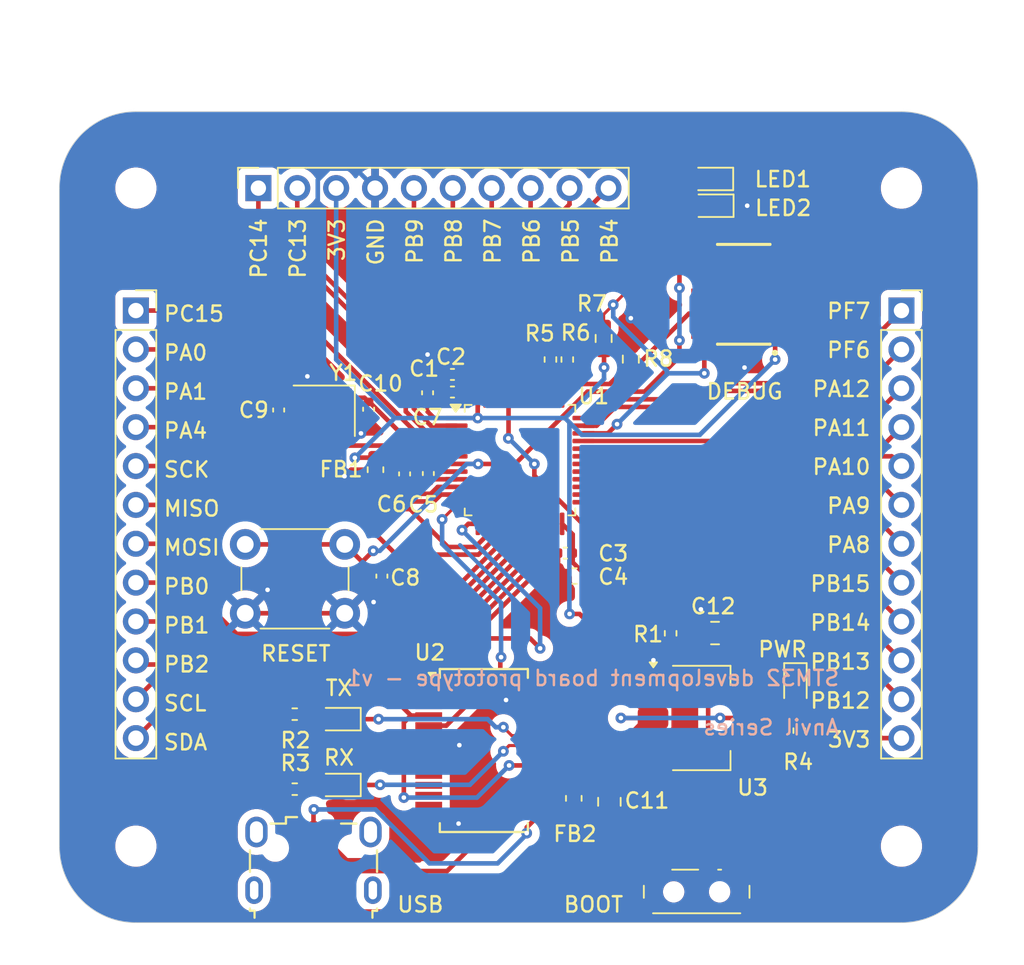
<source format=kicad_pcb>
(kicad_pcb (version 20240108) (generator "pcbnew") (generator_version "8.0")
  (layers (0 "F.Cu" signal) (31 "B.Cu" power) (34 "B.Paste" user) (35 "F.Paste" user) (36 "B.SilkS" user "B.Silkscreen") (37 "F.SilkS" user "F.Silkscreen") (38 "B.Mask" user) (39 "F.Mask" user) (44 "Edge.Cuts" user))
  (net 0 "")
  (net 1 "GND")
  (net 2 "+3.3V")
  (net 3 "+3.3VA")
  (net 4 "NRST")
  (net 5 "HSE_OUT")
  (net 6 "HSE_IN")
  (net 7 "VBUS")
  (net 8 "/TXLED")
  (net 9 "Net-(D1-K)")
  (net 10 "Net-(D2-K)")
  (net 11 "/RXLED")
  (net 12 "/PWRLED")
  (net 13 "Net-(U3-VI)")
  (net 15 "/USBD+")
  (net 16 "/USBD-")
  (net 21 "TIM1_CH2")
  (net 22 "PB15")
  (net 23 "TIM1_CH3")
  (net 24 "PF6")
  (net 25 "PF7")
  (net 26 "PA12")
  (net 27 "PB13")
  (net 28 "PB12")
  (net 29 "TIM1_CH1")
  (net 30 "PB14")
  (net 31 "PA11")
  (net 32 "SWCLK")
  (net 33 "SWDIO")
  (net 34 "PB2")
  (net 35 "PB0")
  (net 36 "I2C_SDA")
  (net 37 "SPI_SCK")
  (net 38 "ADC_IN0")
  (net 39 "PC15")
  (net 40 "I2C_SCL")
  (net 41 "PA4")
  (net 42 "SPI_MISO")
  (net 43 "SPI_MOSI")
  (net 44 "ADC_IN1")
  (net 45 "PB1")
  (net 46 "PB5")
  (net 47 "PB7")
  (net 48 "PB6")
  (net 49 "PC14")
  (net 50 "PB4")
  (net 51 "PB9")
  (net 52 "PB8")
  (net 53 "PC13")
  (net 54 "Net-(LED1-A)")
  (net 55 "Net-(LED2-A)")
  (net 56 "/SW_BOOT0")
  (net 57 "/BOOT0")
  (net 58 "LED1")
  (net 59 "LED2")
  (net 60 "USART1_RX")
  (net 61 "USART1_TX")
  (footprint "Connector_PinSocket_2.54mm:PinSocket_1x12_P2.54mm_Vertical" (layer "F.Cu") (at 152 85)
    (property "Reference" "J2" (hide yes))
    (property "Value" "HEADER2")
  )
  (footprint "LED_SMD:LED_0603_1608Metric" (layer "F.Cu") (at 139.525 76.4 180)
    (property "Reference" "LED1")
    (property "Value" "YELLOW")
  )
  (footprint "Connector_PinSocket_2.54mm:PinSocket_1x12_P2.54mm_Vertical" (layer "F.Cu") (at 102 85)
    (property "Reference" "J4" (hide yes))
    (property "Value" "HEADER1")
  )
  (footprint "LED_SMD:LED_0603_1608Metric" (layer "F.Cu") (at 139.55 78.15 180)
    (property "Reference" "LED2")
    (property "Value" "YELLOW")
  )
  (footprint "Resistor_SMD:R_0402_1005Metric" (layer "F.Cu") (at 112.375 116.275)
    (property "Reference" "R3")
    (property "Value" "1k5")
  )
  (footprint "MountingHole:MountingHole_2.2mm_M2" (layer "F.Cu") (at 152 120)
    (property "Reference" "H4")
    (property "Value" "MountingHole")
  )
  (footprint "MountingHole:MountingHole_2.2mm_M2" (layer "F.Cu") (at 152 77)
    (property "Reference" "H2")
    (property "Value" "MountingHole")
  )
  (footprint "Inductor_SMD:L_0603_1608Metric" (layer "F.Cu") (at 117.65 95.4 90)
    (property "Reference" "FB1")
    (property "Value" "120R")
  )
  (footprint "Capacitor_SMD:C_0603_1608Metric" (layer "F.Cu") (at 130.65 102.35 180)
    (property "Reference" "C4")
    (property "Value" "10u")
  )
  (footprint "Button_Switch_SMD:SW_SPDT_PCM12" (layer "F.Cu") (at 138.625 122.655)
    (property "Reference" "SW2" (hide yes))
    (property "Value" "SW_SPDT")
  )
  (footprint "Capacitor_SMD:C_0402_1005Metric" (layer "F.Cu") (at 118.065 102.355 -90)
    (property "Reference" "C8")
    (property "Value" "0.1u")
  )
  (footprint "Crystal:Crystal_SMD_3225-4Pin_3.2x2.5mm" (layer "F.Cu") (at 114.3 91.55 180)
    (property "Reference" "Y1")
    (property "Value" "16MHz")
  )
  (footprint "Connector_USB:USB_Micro-B_Wuerth_629105150521" (layer "F.Cu") (at 113.6 120.925)
    (property "Reference" "J1")
    (property "Value" "USB_B_Micro")
  )
  (footprint "Capacitor_SMD:C_0402_1005Metric" (layer "F.Cu") (at 121.05 90.375 90)
    (property "Reference" "C7")
    (property "Value" "1u")
  )
  (footprint "LED_SMD:LED_0603_1608Metric" (layer "F.Cu") (at 115.2 116 180)
    (property "Reference" "D2" (hide yes))
    (property "Value" "YELLOW")
  )
  (footprint "Resistor_SMD:R_0402_1005Metric" (layer "F.Cu") (at 130.175 88.2 90)
    (property "Reference" "R6")
    (property "Value" "1k5")
  )
  (footprint "Capacitor_SMD:C_0402_1005Metric" (layer "F.Cu") (at 119.55 95.675 90)
    (property "Reference" "C6")
    (property "Value" "1u")
  )
  (footprint "Resistor_SMD:R_0603_1608Metric" (layer "F.Cu") (at 132.55 86.825 90)
    (property "Reference" "R7")
    (property "Value" "100k")
  )
  (footprint "Button_Switch_THT:SW_PUSH_6mm" (layer "F.Cu") (at 109.14 100.28)
    (property "Reference" "SW3" (hide yes))
    (property "Value" "SW_Push")
  )
  (footprint "MountingHole:MountingHole_2.2mm_M2" (layer "F.Cu") (at 102 120)
    (property "Reference" "H3")
    (property "Value" "MountingHole")
  )
  (footprint "MountingHole:MountingHole_2.2mm_M2" (layer "F.Cu") (at 102 77)
    (property "Reference" "H1")
    (property "Value" "MountingHole")
  )
  (footprint "Connector_ARM_JTAG_SWD:FTSH-105-01-F-DV-P-TR" (layer "F.Cu") (at 141.7 83.9375 90)
    (property "Reference" "J3" (hide yes))
    (property "Value" "ARM_JTAG_SWD")
  )
  (footprint "Package_TO_SOT_SMD:SOT-223-3_TabPin2" (layer "F.Cu") (at 138.925 111.625)
    (property "Reference" "U3")
    (property "Value" "AMS1117-3.3")
  )
  (footprint "Capacitor_SMD:C_0402_1005Metric" (layer "F.Cu") (at 122.675 90.325)
    (property "Reference" "C1")
    (property "Value" "100n")
  )
  (footprint "Connector_PinSocket_2.54mm:PinSocket_1x10_P2.54mm_Vertical" (layer "F.Cu") (at 110 77 90)
    (property "Reference" "J5" (hide yes))
    (property "Value" "HEADER3")
  )
  (footprint "Capacitor_SMD:C_0402_1005Metric" (layer "F.Cu") (at 117.2 91.45 -90)
    (property "Reference" "C10")
    (property "Value" "10p")
  )
  (footprint "Resistor_SMD:R_0402_1005Metric" (layer "F.Cu") (at 145.325 112.45 -90)
    (property "Reference" "R4")
    (property "Value" "1k5")
  )
  (footprint "Capacitor_SMD:C_0402_1005Metric" (layer "F.Cu") (at 111.325 91.5 90)
    (property "Reference" "C9")
    (property "Value" "10p")
  )
  (footprint "Resistor_SMD:R_0402_1005Metric" (layer "F.Cu") (at 112.375 111.375)
    (property "Reference" "R2")
    (property "Value" "1k5")
  )
  (footprint "Package_SO:SSOP-28_5.3x10.2mm_P0.65mm" (layer "F.Cu") (at 124.725 113.75)
    (property "Reference" "U2")
    (property "Value" "FT232RL")
  )
  (footprint "Inductor_SMD:L_0603_1608Metric" (layer "F.Cu") (at 130.6 116.875 -90)
    (property "Reference" "FB2")
    (property "Value" "40R")
  )
  (footprint "Capacitor_SMD:C_0805_2012Metric" (layer "F.Cu") (at 139.825 106.075 180)
    (property "Reference" "C12")
    (property "Value" "22u")
  )
  (footprint "Capacitor_SMD:C_0805_2012Metric" (layer "F.Cu") (at 132.925 117.1 -90)
    (property "Reference" "C11")
    (property "Value" "22u")
  )
  (footprint "Resistor_SMD:R_0402_1005Metric" (layer "F.Cu") (at 129.075 88.2 90)
    (property "Reference" "R5")
    (property "Value" "1k5")
  )
  (footprint "LED_SMD:LED_0603_1608Metric" (layer "F.Cu") (at 115.2 111.7 180)
    (property "Reference" "D1" (hide yes))
    (property "Value" "YELLOW")
  )
  (footprint "Resistor_SMD:R_0603_1608Metric" (layer "F.Cu") (at 134.325 88.175 90)
    (property "Reference" "R8")
    (property "Value" "100k")
  )
  (footprint "Capacitor_SMD:C_0402_1005Metric" (layer "F.Cu") (at 121.1 95.65 90)
    (property "Reference" "C5")
    (property "Value" "10n")
  )
  (footprint "Capacitor_SMD:C_0402_1005Metric" (layer "F.Cu") (at 130.05 100.85 180)
    (property "Reference" "C3")
    (property "Value" "100n")
  )
  (footprint "Package_QFP:LQFP-48_7x7mm_P0.5mm" (layer "F.Cu") (at 127.0875 94.775)
    (property "Reference" "U1")
    (property "Value" "STM32F031C6T6")
  )
  (footprint "LED_SMD:LED_0603_1608Metric" (layer "F.Cu") (at 145.075 109.525 -90)
    (property "Reference" "D3" (hide yes))
    (property "Value" "RED")
  )
  (footprint "Resistor_SMD:R_0402_1005Metric" (layer "F.Cu") (at 136.925 106.09 90)
    (property "Reference" "R1")
    (property "Value" "10k")
  )
  (footprint "Capacitor_SMD:C_0402_1005Metric" (layer "F.Cu") (at 122.675 89.175)
    (property "Reference" "C2")
    (property "Value" "100n")
  )
  (gr_arc (start 152 72) (mid 155.535534 73.464466) (end 157 77) (stroke (width 0.05)) (layer "Edge.Cuts"))
  (gr_arc (start 97 77) (mid 98.464466 73.464466) (end 102 72) (stroke (width 0.05)) (layer "Edge.Cuts"))
  (gr_line (start 157 77) (end 157 120) (stroke (width 0.05)) (layer "Edge.Cuts"))
  (gr_line (start 102 72) (end 152 72) (stroke (width 0.05)) (layer "Edge.Cuts"))
  (gr_arc (start 157 120) (mid 155.535534 123.535534) (end 152 125) (stroke (width 0.05)) (layer "Edge.Cuts"))
  (gr_arc (start 102 125) (mid 98.464466 123.535534) (end 97 120) (stroke (width 0.05)) (layer "Edge.Cuts"))
  (gr_line (start 97 120) (end 97 77) (stroke (width 0.05)) (layer "Edge.Cuts"))
  (gr_line (start 152 125) (end 102 125) (stroke (width 0.05)) (layer "Edge.Cuts"))
  (gr_text "STM32 development board prototype - v1\n\nAnvil Series" (at 148.025 112.825 0) (layer "B.SilkS") (effects (font (size 1 1) (thickness 0.16)) (justify left bottom mirror)))
  (gr_text "DEBUG" (at 139.175 90.875 0) (layer "F.SilkS") (effects (font (size 1 1) (thickness 0.16)) (justify left bottom)))
  (gr_text "BOOT" (at 129.85 124.4 0) (layer "F.SilkS") (effects (font (size 1 1) (thickness 0.16)) (justify left bottom)))
  (gr_text "PB14" (at 145.954762 105.986362 0) (layer "F.SilkS") (effects (font (size 1 1) (thickness 0.16)) (justify left bottom)))
  (gr_text "PB2" (at 103.732143 108.709086 0) (layer "F.SilkS") (effects (font (size 1 1) (thickness 0.16)) (justify left bottom)))
  (gr_text "PB8" (at 123.345454 82.05 90) (layer "F.SilkS") (effects (font (size 1 1) (thickness 0.16)) (justify left bottom)))
  (gr_text "PF6" (at 147.05 88.168184 0) (layer "F.SilkS") (effects (font (size 1 1) (thickness 0.16)) (justify left bottom)))
  (gr_text "3V3" (at 147.097619 113.62273 0) (layer "F.SilkS") (effects (font (size 1 1) (thickness 0.16)) (justify left bottom)))
  (gr_text "PB9" (at 120.8 82.05 90) (layer "F.SilkS") (effects (font (size 1 1) (thickness 0.16)) (justify left bottom)))
  (gr_text "PF7" (at 147.05 85.62273 0) (layer "F.SilkS") (effects (font (size 1 1) (thickness 0.16)) (justify left bottom)))
  (gr_text "PA1" (at 103.732143 90.890908 0) (layer "F.SilkS") (effects (font (size 1 1) (thickness 0.16)) (justify left bottom)))
  (gr_text "PC15" (at 103.732143 85.8 0) (layer "F.SilkS") (effects (font (size 1 1) (thickness 0.16)) (justify left bottom)))
  (gr_text "PB12" (at 145.954762 111.07727 0) (layer "F.SilkS") (effects (font (size 1 1) (thickness 0.16)) (justify left bottom)))
  (gr_text "MISO" (at 103.732143 98.52727 0) (layer "F.SilkS") (effects (font (size 1 1) (thickness 0.16)) (justify left bottom)))
  (gr_text "PB6" (at 128.436362 82.05 90) (layer "F.SilkS") (effects (font (size 1 1) (thickness 0.16)) (justify left bottom)))
  (gr_text "SCK" (at 103.732143 95.981816 0) (layer "F.SilkS") (effects (font (size 1 1) (thickness 0.16)) (justify left bottom)))
  (gr_text "PB1" (at 103.732143 106.163632 0) (layer "F.SilkS") (effects (font (size 1 1) (thickness 0.16)) (justify left bottom)))
  (gr_text "USB" (at 118.975 124.4 0) (layer "F.SilkS") (effects (font (size 1 1) (thickness 0.16)) (justify left bottom)))
  (gr_text "RESET" (at 110.075 108 0) (layer "F.SilkS") (effects (font (size 1 1) (thickness 0.16)) (justify left bottom)))
  (gr_text "PB7" (at 125.890908 82.05 90) (layer "F.SilkS") (effects (font (size 1 1) (thickness 0.16)) (justify left bottom)))
  (gr_text "PA12" (at 146.097619 90.713638 0) (layer "F.SilkS") (effects (font (size 1 1) (thickness 0.16)) (justify left bottom)))
  (gr_text "PB0" (at 103.732143 103.618178 0) (layer "F.SilkS") (effects (font (size 1 1) (thickness 0.16)) (justify left bottom)))
  (gr_text "PA4" (at 103.732143 93.436362 0) (layer "F.SilkS") (effects (font (size 1 1) (thickness 0.16)) (justify left bottom)))
  (gr_text "PB4" (at 133.527276 82.05 90) (layer "F.SilkS") (effects (font (size 1 1) (thickness 0.16)) (justify left bottom)))
  (gr_text "PB13" (at 145.954762 108.531816 0) (layer "F.SilkS") (effects (font (size 1 1) (thickness 0.16)) (justify left bottom)))
  (gr_text "PA9" (at 147.05 98.35 0) (layer "F.SilkS") (effects (font (size 1 1) (thickness 0.16)) (justify left bottom)))
  (gr_text "PB15" (at 145.954762 103.440908 0) (layer "F.SilkS") (effects (font (size 1 1) (thickness 0.16)) (justify left bottom)))
  (gr_text "MOSI" (at 103.732143 101.072724 0) (layer "F.SilkS") (effects (font (size 1 1) (thickness 0.16)) (justify left bottom)))
  (gr_text "PWR" (at 142.55 107.725 0) (layer "F.SilkS") (effects (font (size 1 1) (thickness 0.16)) (justify left bottom)))
  (gr_text "PB5" (at 130.981816 82.05 90) (layer "F.SilkS") (effects (font (size 1 1) (thickness 0.16)) (justify left bottom)))
  (gr_text "PC14" (at 110.618184 83.002381 90) (layer "F.SilkS") (effects (font (size 1 1) (thickness 0.16)) (justify left bottom)))
  (gr_text "PA11" (at 146.097619 93.259092 0) (layer "F.SilkS") (effects (font (size 1 1) (thickness 0.16)) (justify left bottom)))
  (gr_text "PA8" (at 147.05 100.895454 0) (layer "F.SilkS") (effects (font (size 1 1) (thickness 0.16)) (justify left bottom)))
  (gr_text "SDA" (at 103.732143 113.8 0) (layer "F.SilkS") (effects (font (size 1 1) (thickness 0.16)) (justify left bottom)))
  (gr_text "PA0" (at 103.732143 88.345454 0) (layer "F.SilkS") (effects (font (size 1 1) (thickness 0.16)) (justify left bottom)))
  (gr_text "3V3" (at 115.709092 81.859524 90) (layer "F.SilkS") (effects (font (size 1 1) (thickness 0.16)) (justify left bottom)))
  (gr_text "TX" (at 114.3 110.25 0) (layer "F.SilkS") (effects (font (size 1 1) (thickness 0.16)) (justify left bottom)))
  (gr_text "SCL" (at 103.732143 111.25454 0) (layer "F.SilkS") (effects (font (size 1 1) (thickness 0.16)) (justify left bottom)))
  (gr_text "RX\n" (at 114.180953 114.8 0) (layer "F.SilkS") (effects (font (size 1 1) (thickness 0.16)) (justify left bottom)))
  (gr_text "PC13" (at 113.163638 83.002381 90) (layer "F.SilkS") (effects (font (size 1 1) (thickness 0.16)) (justify left bottom)))
  (gr_text "GND" (at 118.254546 82.145238 90) (layer "F.SilkS") (effects (font (size 1 1) (thickness 0.16)) (justify left bottom)))
  (gr_text "PA10" (at 146.097619 95.804546 0) (layer "F.SilkS") (effects (font (size 1 1) (thickness 0.16)) (justify left bottom)))
  (segment (start 123.1 113.425) (end 123.125 113.4) (width 0.3) (layer "F.Cu") (net 1))
  (segment (start 127.2 111.475) (end 126.175 110.45) (width 0.3) (layer "F.Cu") (net 1))
  (segment (start 143.735 85.2075) (end 143.735 83.9375) (width 0.3) (layer "F.Cu") (net 1))
  (segment (start 128.325 116.025) (end 125.75 116.025) (width 0.3) (layer "F.Cu") (net 1))
  (segment (start 116.05 95.4) (end 119.345 95.4) (width 0.3) (layer "F.Cu") (net 1))
  (segment (start 141.99 88.485) (end 141.99 85.9275) (width 0.3) (layer "F.Cu") (net 1))
  (segment (start 121.075 95.37) (end 121.1 95.345) (width 0.3) (layer "F.Cu") (net 1))
  (segment (start 116.025 93.025) (end 115.4 92.4) (width 0.3) (layer "F.Cu") (net 1))
  (segment (start 122.164999 87.875) (end 123.155 88.865001) (width 0.3) (layer "F.Cu") (net 1))
  (segment (start 117.35 104.05) (end 116.86 103.56) (width 0.2) (layer "F.Cu") (net 1))
  (segment (start 132.925 118.05) (end 134 116.975) (width 0.3) (layer "F.Cu") (net 1))
  (segment (start 137.125 110.675) (end 135.775 109.325) (width 0.3) (layer "F.Cu") (net 1))
  (segment (start 109.14 104.78) (end 109.14 104.71) (width 0.3) (layer "F.Cu") (net 1))
  (segment (start 115.768629 120.925) (end 120.5 120.925) (width 0.3) (layer "F.Cu") (net 1))
  (segment (start 122.9 118.525) (end 123.075 118.525) (width 0.3) (layer "F.Cu") (net 1))
  (segment (start 129.57 102.045) (end 129.875 102.35) (width 0.3) (layer "F.Cu") (net 1))
  (segment (start 115.625 95.825) (end 116.05 95.4) (width 0.3) (layer "F.Cu") (net 1))
  (segment (start 113.2 90.7) (end 113.2 89.3) (width 0.3) (layer "F.Cu") (net 1))
  (segment (start 141.75 88.725) (end 141.99 88.485) (width 0.3) (layer "F.Cu") (net 1))
  (segment (start 111.325 91.02) (end 112.88 91.02) (width 0.3) (layer "F.Cu") (net 1))
  (segment (start 138.875 106.075) (end 138.875 104.55) (width 0.3) (layer "F.Cu") (net 1))
  (segment (start 134.949694 112.725) (end 136.700306 112.725) (width 0.3) (layer "F.Cu") (net 1))
  (segment (start 121.075 95.195) (end 121.1 95.17) (width 0.3) (layer "F.Cu") (net 1))
  (segment (start 121.1 95.17) (end 121.455 95.525) (width 0.3) (layer "F.Cu") (net 1))
  (segment (start 109.14 104.71) (end 110.6 103.25) (width 0.3) (layer "F.Cu") (net 1))
  (segment (start 129.57 100.85) (end 129.57 102.045) (width 0.3) (layer "F.Cu") (net 1))
  (segment (start 123.155 89.175) (end 124.24062 89.175) (width 0.3) (layer "F.Cu") (net 1))
  (segment (start 116.7 93.025) (end 116.025 93.025) (width 0.3) (layer "F.Cu") (net 1))
  (segment (start 137.125 113.2) (end 137.125 120.475) (width 0.3) (layer "F.Cu") (net 1))
  (segment (start 113.2 90.7) (end 113.3 90.7) (width 0.3) (layer "F.Cu") (net 1))
  (segment (start 121.05 89.895) (end 121.05 87.875) (width 0.3) (layer "F.Cu") (net 1))
  (segment (start 115 92.4) (end 115.4 92.4) (width 0.3) (layer "F.Cu") (net 1))
  (segment (start 129.55 111.425) (end 129.525 111.4) (width 0.3) (layer "F.Cu") (net 1))
  (segment (start 116.73 92.4) (end 117.2 91.93) (width 0.3) (layer "F.Cu") (net 1))
  (segment (start 109.14 104.78) (end 115.64 104.78) (width 0.3) (layer "F.Cu") (net 1))
  (segment (start 137.125 120.475) (end 136.375 121.225) (width 0.3) (layer "F.Cu") (net 1))
  (segment (start 136.700306 112.725) (end 136.700306 112.775306) (width 0.3) (layer "F.Cu") (net 1))
  (segment (start 119.55 95.195) (end 121.075 95.195) (width 0.3) (layer "F.Cu") (net 1))
  (segment (start 134 113.674694) (end 134.949694 112.725) (width 0.3) (layer "F.Cu") (net 1))
  (segment (start 135.775 107.875) (end 135.8 107.85) (width 0.3) (layer "F.Cu") (net 1))
  (segment (start 121.05 87.875) (end 122.164999 87.875) (width 0.3) (layer "F.Cu") (net 1))
  (segment (start 114.9 120.056371) (end 115.768629 120.925) (width 0.3) (layer "F.Cu") (net 1))
  (segment (start 129.3375 100.6175) (end 129.57 100.85) (width 0.3) (layer "F.Cu") (net 1))
  (segment (start 134 116.975) (end 134 113.674694) (width 0.3) (layer "F.Cu") (net 1))
  (segment (start 112.88 91.02) (end 113.2 90.7) (width 0.3) (layer "F.Cu") (net 1))
  (segment (start 137.125 112.300306) (end 137.125 110.675) (width 0.3) (layer "F.Cu") (net 1))
  (segment (start 123.155 90.325) (end 123.155 89.175) (width 0.3) (layer "F.Cu") (net 1))
  (segment (start 136.700306 112.775306) (end 137.125 113.2) (width 0.3) (layer "F.Cu") (net 1))
  (segment (start 129.55 114) (end 129.55 111.425) (width 0.3) (layer "F.Cu") (net 1))
  (segment (start 129.475 114.075) (end 129.55 114) (width 0.3) (layer "F.Cu") (net 1))
  (segment (start 128.4 111.4) (end 128.325 111.475) (width 0.3) (layer "F.Cu") (net 1))
  (segment (start 136.700306 112.725) (end 137.125 112.300306) (width 0.3) (layer "F.Cu") (net 1))
  (segment (start 141.5375 108.7375) (end 138.875 106.075) (width 0.3) (layer "F.Cu") (net 1))
  (segment (start 135.775 109.325) (end 135.775 107.875) (width 0.3) (layer "F.Cu") (net 1))
  (segment (start 128.325 111.475) (end 127.2 111.475) (width 0.3) (layer "F.Cu") (net 1))
  (segment (start 134.325 85.5) (end 134.325 87.35) (width 0.3) (layer "F.Cu") (net 1))
  (segment (start 116.86 103.56) (end 115.64 104.78) (width 0.3) (layer "F.Cu") (net 1))
  (segment (start 140.3125 78.125) (end 140.3375 78.15) (width 0.3) (layer "F.Cu") (net 1))
  (segment (start 145.075 108.7375) (end 141.5375 108.7375) (width 0.3) (layer "F.Cu") (net 1))
  (segment (start 117.585 102.835) (end 116.86 103.56) (width 0.3) (layer "F.Cu") (net 1))
  (segment (start 125.75 116.025) (end 123.125 113.4) (width 0.3) (layer "F.Cu") (net 1))
  (segment (start 119.345 95.4) (end 119.55 95.195) (width 0.3) (layer "F.Cu") (net 1))
  (segment (start 117.525 104.05) (end 117.35 104.05) (width 0.2) (layer "F.Cu") (net 1))
  (segment (start 118.065 102.835) (end 117.585 102.835) (width 0.3) (layer "F.Cu") (net 1))
  (segment (start 121.125 113.425) (end 123.1 113.425) (width 0.3) (layer "F.Cu") (net 1))
  (segment (start 124.8375 89.77188) (end 124.8375 90.6125) (width 0.3) (layer "F.Cu") (net 1))
  (segment (start 142.71 85.2075) (end 143.735 85.2075) (width 0.3) (layer "F.Cu") (net 1))
  (segment (start 113.3 90.7) (end 115 92.4) (width 0.3) (layer "F.Cu") (net 1))
  (segment (start 114.9 119.025) (end 114.9 120.056371) (width 0.3) (layer "F.Cu") (net 1))
  (segment (start 129.525 111.4) (end 128.4 111.4) (width 0.3) (layer "F.Cu") (net 1))
  (segment (start 120.5 120.925) (end 122.9 118.525) (width 0.3) (layer "F.Cu") (net 1))
  (segment (start 124.24062 89.175) (end 124.8375 89.77188) (width 0.3) (layer "F.Cu") (net 1))
  (segment (start 128.325 114.075) (end 129.475 114.075) (width 0.3) (layer "F.Cu") (net 1))
  (segment (start 123.155 88.865001) (end 123.155 89.175) (width 0.3) (layer "F.Cu") (net 1))
  (segment (start 129.3375 98.9375) (end 129.3375 100.6175) (width 0.3) (layer "F.Cu") (net 1))
  (segment (start 141.99 85.9275) (end 142.71 85.2075) (width 0.3) (layer "F.Cu") (net 1))
  (segment (start 140.3125 76.4) (end 140.3125 78.125) (width 0.3) (layer "F.Cu") (net 1))
  (segment (start 140.3375 78.15) (end 141.925 78.15) (width 0.3) (layer "F.Cu") (net 1))
  (segment (start 138.875 104.55) (end 138.9 104.525) (width 0.3) (layer "F.Cu") (net 1))
  (segment (start 121.455 95.525) (end 122.925 95.525) (width 0.3) (layer "F.Cu") (net 1))
  (segment (start 115.4 92.4) (end 116.73 92.4) (width 0.3) (layer "F.Cu") (net 1))
  (via (at 116.7 93.025) (size 0.7) (drill 0.3) (layers "F.Cu" "B.Cu") (net 1))
  (via (at 141.925 78.15) (size 0.7) (drill 0.3) (layers "F.Cu" "B.Cu") (net 1))
  (via (at 110.6 103.25) (size 0.7) (drill 0.3) (layers "F.Cu" "B.Cu") (net 1))
  (via (at 117.525 104.05) (size 0.7) (drill 0.3) (layers "F.Cu" "B.Cu") (net 1))
  (via (at 138.9 104.525) (size 0.7) (drill 0.3) (layers "F.Cu" "B.Cu") (net 1))
  (via (at 134.325 85.5) (size 0.7) (drill 0.3) (layers "F.Cu" "B.Cu") (net 1))
  (via (at 123.125 113.4) (size 0.7) (drill 0.3) (layers "F.Cu" "B.Cu") (net 1))
  (via (at 113.2 89.3) (size 0.7) (drill 0.3) (layers "F.Cu" "B.Cu") (net 1))
  (via (at 123.075 118.525) (size 0.7) (drill 0.3) (layers "F.Cu" "B.Cu") (net 1))
  (via (at 141.75 88.725) (size 0.7) (drill 0.3) (layers "F.Cu" "B.Cu") (net 1))
  (via (at 135.8 107.85) (size 0.7) (drill 0.3) (layers "F.Cu" "B.Cu") (net 1))
  (via (at 126.175 110.45) (size 0.7) (drill 0.3) (layers "F.Cu" "B.Cu") (net 1))
  (via (at 121.05 87.875) (size 0.7) (drill 0.3) (layers "F.Cu" "B.Cu") (net 1))
  (via (at 115.625 95.825) (size 0.7) (drill 0.3) (layers "F.Cu" "B.Cu") (net 1))
  (segment (start 116.6 93.025) (end 116.7 93.025) (width 0.3) (layer "B.Cu") (net 1))
  (segment (start 113.2 89.3) (end 113.88 88.62) (width 0.3) (layer "B.Cu") (net 1))
  (segment (start 113.88 76.47) (end 114.625 75.725) (width 0.3) (layer "B.Cu") (net 1))
  (segment (start 116.345 75.725) (end 117.62 77) (width 0.3) (layer "B.Cu") (net 1))
  (segment (start 138.9 104.525) (end 135.8 107.625) (width 0.3) (layer "B.Cu") (net 1))
  (segment (start 117.62 84.445) (end 117.62 77) (width 0.3) (layer "B.Cu") (net 1))
  (segment (start 113.88 88.62) (end 113.88 76.47) (width 0.3) (layer "B.Cu") (net 1))
  (segment (start 121.05 87.875) (end 117.62 84.445) (width 0.3) (layer "B.Cu") (net 1))
  (segment (start 136.475 87.65) (end 134.325 85.5) (width 0.3) (layer "B.Cu") (net 1))
  (segment (start 115.625 95.825) (end 115.6 95.8) (width 0.3) (layer "B.Cu") (net 1))
  (segment (start 115.6 95.8) (end 115.6 94.025) (width 0.3) (layer "B.Cu") (net 1))
  (segment (start 135.8 107.625) (end 135.8 107.85) (width 0.3) (layer "B.Cu") (net 1))
  (segment (start 115.6 94.025) (end 116.6 93.025) (width 0.3) (layer "B.Cu") (net 1))
  (segment (start 140.675 87.65) (end 136.475 87.65) (width 0.3) (layer "B.Cu") (net 1))
  (segment (start 141.75 88.725) (end 140.675 87.65) (width 0.3) (layer "B.Cu") (net 1))
  (segment (start 114.625 75.725) (end 116.345 75.725) (width 0.3) (layer "B.Cu") (net 1))
  (segment (start 124.325 90.625) (end 124.3375 90.6125) (width 0.3) (layer "F.Cu") (net 2))
  (segment (start 121.475 92.025) (end 121.05 91.6) (width 0.3) (layer "F.Cu") (net 2))
  (segment (start 143.75 88.2) (end 143.75 86.4925) (width 0.3) (layer "F.Cu") (net 2))
  (segment (start 145.345 112.94) (end 145.325 112.96) (width 0.3) (layer "F.Cu") (net 2))
  (segment (start 132.575 87.675) (end 132.55 87.65) (width 0.3) (layer "F.Cu") (net 2))
  (segment (start 119.975 111.475) (end 121.125 111.475) (width 0.3) (layer "F.Cu") (net 2))
  (segment (start 142.075 111.625) (end 143.41 112.96) (width 0.5) (layer "F.Cu") (net 2))
  (segment (start 130.325 104.825) (end 130.975 104.825) (width 0.3) (layer "F.Cu") (net 2))
  (segment (start 152 112.94) (end 150.704318 112.94) (width 0.3) (layer "F.Cu") (net 2))
  (segment (start 131.425 105.275) (end 131.425 102.35) (width 0.5) (layer "F.Cu") (net 2))
  (segment (start 116.3125 94.6125) (end 116.3 94.625) (width 0.3) (layer "F.Cu") (net 2))
  (segment (start 131.425 107.275) (end 131.425 105.275) (width 0.5) (layer "F.Cu") (net 2))
  (segment (start 130.53 100.85) (end 130.53 99.63) (width 0.3) (layer "F.Cu") (net 2))
  (segment (start 130.53 100.85) (end 130.53 101.455) (width 0.3) (layer "F.Cu") (net 2))
  (segment (start 132.242587 114.725) (end 135.342587 111.625) (width 0.3) (layer "F.Cu") (net 2))
  (segment (start 111.865 111.375) (end 111.865 116.275) (width 0.3) (layer "F.Cu") (net 2))
  (segment (start 122.925 92.025) (end 121.475 92.025) (width 0.3) (layer "F.Cu") (net 2))
  (segment (start 140.875 121.225) (end 140.875 117.41) (width 0.3) (layer "F.Cu") (net 2))
  (segment (start 143.839318 106.075) (end 140.775 106.075) (width 0.5) (layer "F.Cu") (net 2))
  (segment (start 140.15 111.625) (end 142.075 111.625) (width 0.3) (layer "F.Cu") (net 2))
  (segment (start 145.644999 112.96) (end 146.125 112.479999) (width 0.5) (layer "F.Cu") (net 2))
  (segment (start 133.675 111.625) (end 135.775 111.625) (width 0.3) (layer "F.Cu") (net 2))
  (segment (start 132.575 88.725) (end 132.575 87.675) (width 0.3) (layer "F.Cu") (net 2))
  (segment (start 119.205 110.705) (end 119.975 111.475) (width 0.3) (layer "F.Cu") (net 2))
  (segment (start 135.342587 111.625) (end 135.775 111.625) (width 0.3) (layer "F.Cu") (net 2))
  (segment (start 121.05 90.855) (end 121.05 91.6) (width 0.3) (layer "F.Cu") (net 2))
  (segment (start 119.5 111.925) (end 119.5 116.825) (width 0.3) (layer "F.Cu") (net 2))
  (segment (start 128.325 114.725) (end 132.242587 114.725) (width 0.3) (layer "F.Cu") (net 2))
  (segment (start 140.875 117.41) (end 145.325 112.96) (width 0.3) (layer "F.Cu") (net 2))
  (segment (start 111.865 111.375) (end 112.535 110.705) (width 0.3) (layer "F.Cu") (net 2))
  (segment (start 121.665 90.855) (end 122.195 90.325) (width 0.3) (layer "F.Cu") (net 2))
  (segment (start 143.75 86.4925) (end 143.735 86.4775) (width 0.3) (layer "F.Cu") (net 2))
  (segment (start 124.325 92.025) (end 122.925 92.025) (width 0.3) (layer "F.Cu") (net 2))
  (segment (start 135.775 111.625) (end 131.425 107.275) (width 0.5) (layer "F.Cu") (net 2))
  (segment (start 130.53 101.455) (end 131.425 102.35) (width 0.3) (layer "F.Cu") (net 2))
  (segment (start 143.41 112.96) (end 145.325 112.96) (width 0.5) (layer "F.Cu") (net 2))
  (segment (start 146.125 112.479999) (end 146.125 108.360682) (width 0.5) (layer "F.Cu") (net 2))
  (segment (start 145.325 112.96) (end 145.644999 112.96) (width 0.5) (layer "F.Cu") (net 2))
  (segment (start 121.125 111.475) (end 119.95 111.475) (width 0.3) (layer "F.Cu") (net 2))
  (segment (start 124.325 92.025) (end 124.325 90.625) (width 0.3) (layer "F.Cu") (net 2))
  (segment (start 146.125 108.360682) (end 143.839318 106.075) (width 0.5) (layer "F.Cu") (net 2))
  (segment (start 150.704318 112.94) (end 146.125 108.360682) (width 0.3) (layer "F.Cu") (net 2))
  (segment (start 130.53 99.63) (end 129.8375 98.9375) (width 0.3) (layer "F.Cu") (net 2))
  (segment (start 119.95 111.475) (end 119.5 111.925) (width 0.3) (layer "F.Cu") (net 2))
  (segment (start 112.535 110.705) (end 119.205 110.705) (width 0.3) (layer "F.Cu") (net 2))
  (segment (start 130.975 104.825) (end 131.425 105.275) (width 0.3) (layer "F.Cu") (net 2))
  (segment (start 121.05 90.855) (end 121.665 90.855) (width 0.3) (layer "F.Cu") (net 2))
  (segment (start 122.195 90.325) (end 122.195 89.175) (width 0.3) (layer "F.Cu") (net 2))
  (segment (start 117.65 94.6125) (end 116.3125 94.6125) (width 0.3) (layer "F.Cu") (net 2))
  (segment (start 126.375 114.725) (end 128.325 114.725) (width 0.3) (layer "F.Cu") (net 2))
  (via (at 132.575 88.725) (size 0.7) (drill 0.3) (layers "F.Cu" "B.Cu") (net 2))
  (via (at 124.325 92.025) (size 0.7) (drill 0.3) (layers "F.Cu" "B.Cu") (net 2))
  (via (at 133.675 111.625) (size 0.7) (drill 0.3) (layers "F.Cu" "B.Cu") (net 2))
  (via (at 140.15 111.625) (size 0.7) (drill 0.3) (layers "F.Cu" "B.Cu") (net 2))
  (via (at 126.375 114.725) (size 0.7) (drill 0.3) (layers "F.Cu" "B.Cu") (net 2))
  (via (at 143.75 88.2) (size 0.7) (drill 0.3) (layers "F.Cu" "B.Cu") (net 2))
  (via (at 119.5 116.825) (size 0.7) (drill 0.3) (layers "F.Cu" "B.Cu") (net 2))
  (via (at 116.3 94.625) (size 0.7) (drill 0.3) (layers "F.Cu" "B.Cu") (net 2))
  (via (at 130.325 104.825) (size 0.7) (drill 0.3) (layers "F.Cu" "B.Cu") (net 2))
  (segment (start 132.58 89.47) (end 132.575 89.465) (width 0.3) (layer "B.Cu") (net 2))
  (segment (start 130.025 92.025) (end 130.3125 92.3125) (width 0.3) (layer "B.Cu") (net 2))
  (segment (start 124.325 92.025) (end 118.9 92.025) (width 0.3) (layer "B.Cu") (net 2))
  (segment (start 130.3125 92.3125) (end 131.125 93.125) (width 0.3) (layer "B.Cu") (net 2))
  (segment (start 132.575 89.465) (end 132.575 88.725) (width 0.3) (layer "B.Cu") (net 2))
  (segment (start 124.325 92.025) (end 130.025 92.025) (width 0.3) (layer "B.Cu") (net 2))
  (segment (start 130.025 92.025) (end 132.58 89.47) (width 0.3) (layer "B.Cu") (net 2))
  (segment (start 115.08 77) (end 115.08 88.205) (width 0.3) (layer "B.Cu") (net 2))
  (segment (start 124.275 116.825) (end 119.5 116.825) (width 0.3) (layer "B.Cu") (net 2))
  (segment (start 130.3125 92.3125) (end 130.3125 104.8125) (width 0.3) (layer "B.Cu") (net 2))
  (segment (start 131.125 93.125) (end 138.825 93.125) (width 0.3) (layer "B.Cu") (net 2))
  (segment (start 115.08 88.205) (end 118.9 92.025) (width 0.3) (layer "B.Cu") (net 2))
  (segment (start 130.3125 104.8125) (end 130.325 104.825) (width 0.3) (layer "B.Cu") (net 2))
  (segment (start 138.825 93.125) (end 143.75 88.2) (width 0.3) (layer "B.Cu") (net 2))
  (segment (start 140.15 111.625) (end 133.675 111.625) (width 0.3) (layer "B.Cu") (net 2))
  (segment (start 118.9 92.025) (end 116.3 94.625) (width 0.3) (layer "B.Cu") (net 2))
  (segment (start 126.375 114.725) (end 124.275 116.825) (width 0.3) (layer "B.Cu") (net 2))
  (segment (start 119.5175 96.1875) (end 119.55 96.155) (width 0.3) (layer "F.Cu") (net 3))
  (segment (start 121.075 96.33) (end 121.1 96.305) (width 0.3) (layer "F.Cu") (net 3))
  (segment (start 121.1 96.13) (end 121.205 96.025) (width 0.3) (layer "F.Cu") (net 3))
  (segment (start 119.55 96.155) (end 121.075 96.155) (width 0.3) (layer "F.Cu") (net 3))
  (segment (start 121.205 96.025) (end 122.925 96.025) (width 0.3) (layer "F.Cu") (net 3))
  (segment (start 121.075 96.155) (end 121.1 96.13) (width 0.3) (layer "F.Cu") (net 3))
  (segment (start 117.65 96.1875) (end 119.5175 96.1875) (width 0.3) (layer "F.Cu") (net 3))
  (segment (start 137.5 82.5375) (end 138.64 81.3975) (width 0.3) (layer "F.Cu") (net 4))
  (segment (start 116.8675 101.5075) (end 116.8675 101.3325) (width 0.3) (layer "F.Cu") (net 4))
  (segment (start 138.64 81.3975) (end 139.665 81.3975) (width 0.3) (layer "F.Cu") (net 4))
  (segment (start 135.225 90.3) (end 131.49062 90.3) (width 0.3) (layer "F.Cu") (net 4))
  (segment (start 116.8675 101.3325) (end 117.5 100.7) (width 0.3) (layer "F.Cu") (net 4))
  (segment (start 117.235 101.875) (end 116.8675 101.5075) (width 0.3) (layer "F.Cu") (net 4))
  (segment (start 116.8675 101.5075) (end 115.64 100.28) (width 0.3) (layer "F.Cu") (net 4))
  (segment (start 137.5 86.95) (end 137.5 88.025) (width 0.3) (layer "F.Cu") (net 4))
  (segment (start 124.35 95.025) (end 122.925 95.025) (width 0.3) (layer "F.Cu") (net 4))
  (segment (start 137.5 83.525) (end 137.5 82.5375) (width 0.3) (layer "F.Cu") (net 4))
  (segment (start 118.065 101.875) (end 117.235 101.875) (width 0.3) (layer "F.Cu") (net 4))
  (segment (start 137.5 88.025) (end 135.225 90.3) (width 0.3) (layer "F.Cu") (net 4))
  (segment (start 115.64 100.28) (end 109.14 100.28) (width 0.3) (layer "F.Cu") (net 4))
  (segment (start 131.49062 90.3) (end 126.76562 95.025) (width 0.3) (layer "F.Cu") (net 4))
  (segment (start 126.76562 95.025) (end 124.35 95.025) (width 0.3) (layer "F.Cu") (net 4))
  (via (at 124.35 95.025) (size 0.7) (drill 0.3) (layers "F.Cu" "B.Cu") (net 4))
  (via (at 137.5 83.525) (size 0.7) (drill 0.3) (layers "F.Cu" "B.Cu") (net 4))
  (via (at 117.5 100.7) (size 0.7) (drill 0.3) (layers "F.Cu" "B.Cu") (net 4))
  (via (at 137.5 86.95) (size 0.7) (drill 0.3) (layers "F.Cu" "B.Cu") (net 4))
  (segment (start 137.5 83.525) (end 137.5 86.95) (width 0.3) (layer "B.Cu") (net 4))
  (segment (start 117.930761 100.7) (end 123.605761 95.025) (width 0.3) (layer "B.Cu") (net 4))
  (segment (start 117.5 100.7) (end 117.930761 100.7) (width 0.3) (layer "B.Cu") (net 4))
  (segment (start 123.605761 95.025) (end 124.35 95.025) (width 0.3) (layer "B.Cu") (net 4))
  (segment (start 113.2 92.4) (end 114.625 93.825) (width 0.3) (layer "F.Cu") (net 5))
  (segment (start 112.78 91.98) (end 113.2 92.4) (width 0.3) (layer "F.Cu") (net 5))
  (segment (start 120.094739 94.525) (end 122.925 94.525) (width 0.3) (layer "F.Cu") (net 5))
  (segment (start 119.394739 93.825) (end 120.094739 94.525) (width 0.3) (layer "F.Cu") (net 5))
  (segment (start 111.325 91.98) (end 112.78 91.98) (width 0.3) (layer "F.Cu") (net 5))
  (segment (start 114.625 93.825) (end 119.394739 93.825) (width 0.3) (layer "F.Cu") (net 5))
  (segment (start 115.4 90.7) (end 116.93 90.7) (width 0.3) (layer "F.Cu") (net 6))
  (segment (start 117.246846 90.97) (end 120.301846 94.025) (width 0.3) (layer "F.Cu") (net 6))
  (segment (start 120.301846 94.025) (end 122.925 94.025) (width 0.3) (layer "F.Cu") (net 6))
  (segment (start 116.93 90.7) (end 117.2 90.97) (width 0.3) (layer "F.Cu") (net 6))
  (segment (start 117.2 90.97) (end 117.246846 90.97) (width 0.3) (layer "F.Cu") (net 6))
  (segment (start 112.375 120.025) (end 112.375 119.1) (width 0.3) (layer "F.Cu") (net 7))
  (segment (start 116.625 124.275) (end 123.825 124.275) (width 0.3) (layer "F.Cu") (net 7))
  (segment (start 112.375 120.025) (end 116.625 124.275) (width 0.3) (layer "F.Cu") (net 7))
  (segment (start 132.8625 116.0875) (end 132.925 116.15) (width 0.5) (layer "F.Cu") (net 7))
  (segment (start 129.775 116.9125) (end 130.6 116.0875) (width 0.3) (layer "F.Cu") (net 7))
  (segment (start 130.6 116.0875) (end 132.8625 116.0875) (width 0.5) (layer "F.Cu") (net 7))
  (segment (start 129.775 118.325) (end 129.775 116.9125) (width 0.3) (layer "F.Cu") (net 7))
  (segment (start 112.375 119.1) (end 112.3 119.025) (width 0.3) (layer "F.Cu") (net 7))
  (segment (start 123.825 124.275) (end 129.775 118.325) (width 0.3) (layer "F.Cu") (net 7))
  (segment (start 114.0875 111.375) (end 114.4125 111.7) (width 0.3) (layer "F.Cu") (net 8))
  (segment (start 112.885 111.375) (end 114.0875 111.375) (width 0.3) (layer "F.Cu") (net 8))
  (segment (start 115.9875 111.7) (end 117.85 111.7) (width 0.3) (layer "F.Cu") (net 9))
  (segment (start 126.55 112.775) (end 128.325 112.775) (width 0.2) (layer "F.Cu") (net 9))
  (segment (start 126 112.225) (end 126.55 112.775) (width 0.2) (layer "F.Cu") (net 9))
  (via (at 126 112.225) (size 0.7) (drill 0.3) (layers "F.Cu" "B.Cu") (net 9))
  (via (at 117.85 111.7) (size 0.7) (drill 0.3) (layers "F.Cu" "B.Cu") (net 9))
  (segment (start 117.85 111.7) (end 124.975 111.7) (width 0.3) (layer "B.Cu") (net 9))
  (segment (start 125.5 112.225) (end 126 112.225) (width 0.3) (layer "B.Cu") (net 9))
  (segment (start 124.975 111.7) (end 125.5 112.225) (width 0.3) (layer "B.Cu") (net 9))
  (segment (start 128.25 113.5) (end 128.325 113.425) (width 0.3) (layer "F.Cu") (net 10))
  (segment (start 126 113.8) (end 126.375 113.425) (width 0.2) (layer "F.Cu") (net 10))
  (segment (start 117.94 116) (end 117.95 115.99) (width 0.3) (layer "F.Cu") (net 10))
  (segment (start 126.375 113.425) (end 128.325 113.425) (width 0.2) (layer "F.Cu") (net 10))
  (segment (start 115.9875 116) (end 117.94 116) (width 0.3) (layer "F.Cu") (net 10))
  (via (at 117.95 115.99) (size 0.7) (drill 0.3) (layers "F.Cu" "B.Cu") (net 10))
  (via (at 126 113.8) (size 0.7) (drill 0.3) (layers "F.Cu" "B.Cu") (net 10))
  (segment (start 123.81 115.99) (end 126 113.8) (width 0.3) (layer "B.Cu") (net 10))
  (segment (start 117.95 115.99) (end 123.81 115.99) (width 0.3) (layer "B.Cu") (net 10))
  (segment (start 114.1375 116.275) (end 114.4125 116) (width 0.3) (layer "F.Cu") (net 11))
  (segment (start 112.885 116.275) (end 114.1375 116.275) (width 0.3) (layer "F.Cu") (net 11))
  (segment (start 145.075 111.69) (end 145.325 111.94) (width 0.3) (layer "F.Cu") (net 12))
  (segment (start 145.075 110.3125) (end 145.075 111.69) (width 0.3) (layer "F.Cu") (net 12))
  (segment (start 131.9375 119) (end 130.6 117.6625) (width 0.5) (layer "F.Cu") (net 13))
  (segment (start 135.775 116.921878) (end 133.696878 119) (width 0.5) (layer "F.Cu") (net 13))
  (segment (start 133.696878 119) (end 131.9375 119) (width 0.5) (layer "F.Cu") (net 13))
  (segment (start 135.775 113.925) (end 135.775 116.921878) (width 0.5) (layer "F.Cu") (net 13))
  (segment (start 127.525 119.15) (end 127.525 118.775) (width 0.3) (layer "F.Cu") (net 15))
  (segment (start 127.525 118.775) (end 128.325 117.975) (width 0.3) (layer "F.Cu") (net 15))
  (segment (start 113.6 119.025) (end 113.6 117.625) (width 0.3) (layer "F.Cu") (net 15))
  (segment (start 113.6 117.625) (end 113.625 117.6) (width 0.3) (layer "F.Cu") (net 15))
  (via (at 113.625 117.6) (size 0.7) (drill 0.3) (layers "F.Cu" "B.Cu") (net 15))
  (via (at 127.525 119.15) (size 0.7) (drill 0.3) (layers "F.Cu" "B.Cu") (net 15))
  (segment (start 127.525 119.225) (end 125.625 121.125) (width 0.3) (layer "B.Cu") (net 15))
  (segment (start 125.625 121.125) (end 121.17028 121.125) (width 0.3) (layer "B.Cu") (net 15))
  (segment (start 117.64528 117.6) (end 113.625 117.6) (width 0.3) (layer "B.Cu") (net 15))
  (segment (start 121.17028 121.125) (end 117.64528 117.6) (width 0.3) (layer "B.Cu") (net 15))
  (segment (start 127.525 119.15) (end 127.525 119.225) (width 0.3) (layer "B.Cu") (net 15))
  (segment (start 114.682106 121.625) (end 122.325 121.625) (width 0.3) (layer "F.Cu") (net 16))
  (segment (start 112.95 119.025) (end 112.95 119.892894) (width 0.3) (layer "F.Cu") (net 16))
  (segment (start 112.95 119.892894) (end 114.682106 121.625) (width 0.3) (layer "F.Cu") (net 16))
  (segment (start 122.325 121.625) (end 126.625 117.325) (width 0.3) (layer "F.Cu") (net 16))
  (segment (start 126.625 117.325) (end 128.325 117.325) (width 0.3) (layer "F.Cu") (net 16))
  (segment (start 131.25 95.025) (end 149.325 95.025) (width 0.3) (layer "F.Cu") (net 21))
  (segment (start 149.325 95.025) (end 152 97.7) (width 0.3) (layer "F.Cu") (net 21))
  (segment (start 131.25 96.025) (end 145.245 96.025) (width 0.3) (layer "F.Cu") (net 22))
  (segment (start 145.245 96.025) (end 152 102.78) (width 0.3) (layer "F.Cu") (net 22))
  (segment (start 151.365 94.525) (end 152 95.16) (width 0.3) (layer "F.Cu") (net 23))
  (segment (start 131.25 94.525) (end 151.365 94.525) (width 0.3) (layer "F.Cu") (net 23))
  (segment (start 133.31562 91.3) (end 139.426345 91.3) (width 0.3) (layer "F.Cu") (net 24))
  (segment (start 140.475 90.251345) (end 149.288655 90.251345) (width 0.3) (layer "F.Cu") (net 24))
  (segment (start 131.25 92.525) (end 132.09062 92.525) (width 0.3) (layer "F.Cu") (net 24))
  (segment (start 139.426345 91.3) (end 140.475 90.251345) (width 0.3) (layer "F.Cu") (net 24))
  (segment (start 149.288655 90.251345) (end 152 87.54) (width 0.3) (layer "F.Cu") (net 24))
  (segment (start 132.09062 92.525) (end 133.31562 91.3) (width 0.3) (layer "F.Cu") (net 24))
  (segment (start 147.25 89.75) (end 152 85) (width 0.3) (layer "F.Cu") (net 25))
  (segment (start 132.475 90.8) (end 139.219239 90.8) (width 0.3) (layer "F.Cu") (net 25))
  (segment (start 131.25 92.025) (end 132.475 90.8) (width 0.3) (layer "F.Cu") (net 25))
  (segment (start 140.269239 89.75) (end 147.25 89.75) (width 0.3) (layer "F.Cu") (net 25))
  (segment (start 139.219239 90.8) (end 140.269239 89.75) (width 0.3) (layer "F.Cu") (net 25))
  (segment (start 148.555 93.525) (end 152 90.08) (width 0.3) (layer "F.Cu") (net 26))
  (segment (start 131.25 93.525) (end 148.555 93.525) (width 0.3) (layer "F.Cu") (net 26))
  (segment (start 131.25 97.025) (end 141.165 97.025) (width 0.3) (layer "F.Cu") (net 27))
  (segment (start 141.165 97.025) (end 152 107.86) (width 0.3) (layer "F.Cu") (net 27))
  (segment (start 131.25 97.525) (end 139.125 97.525) (width 0.3) (layer "F.Cu") (net 28))
  (segment (start 139.125 97.525) (end 152 110.4) (width 0.3) (layer "F.Cu") (net 28))
  (segment (start 147.285 95.525) (end 152 100.24) (width 0.3) (layer "F.Cu") (net 29))
  (segment (start 131.25 95.525) (end 147.285 95.525) (width 0.3) (layer "F.Cu") (net 29))
  (segment (start 131.25 96.525) (end 143.205 96.525) (width 0.3) (layer "F.Cu") (net 30))
  (segment (start 143.205 96.525) (end 152 105.32) (width 0.3) (layer "F.Cu") (net 30))
  (segment (start 150.595 94.025) (end 152 92.62) (width 0.3) (layer "F.Cu") (net 31))
  (segment (start 131.25 94.025) (end 150.595 94.025) (width 0.3) (layer "F.Cu") (net 31))
  (segment (start 132.945 89.8) (end 133.745 89) (width 0.3) (layer "F.Cu") (net 32))
  (segment (start 133.745 89) (end 134.325 89) (width 0.3) (layer "F.Cu") (net 32))
  (segment (start 138.1175 85.2075) (end 139.665 85.2075) (width 0.3) (layer "F.Cu") (net 32))
  (segment (start 130.65 89.8) (end 132.945 89.8) (width 0.3) (layer "F.Cu") (net 32))
  (segment (start 134.325 89) (end 138.1175 85.2075) (width 0.3) (layer "F.Cu") (net 32))
  (segment (start 129.8375 90.6125) (end 130.65 89.8) (width 0.3) (layer "F.Cu") (net 32))
  (segment (start 141.36 80.7275) (end 141.36 85.8775) (width 0.2) (layer "F.Cu") (net 33))
  (segment (start 140.76 86.4775) (end 139.665 86.4775) (width 0.2) (layer "F.Cu") (net 33))
  (segment (start 133.175 84.625) (end 137.0725 80.7275) (width 0.2) (layer "F.Cu") (net 33))
  (segment (start 132.55 85.25) (end 133.175 84.625) (width 0.2) (layer "F.Cu") (net 33))
  (segment (start 132.825 93.025) (end 133.425 92.425) (width 0.3) (layer "F.Cu") (net 33))
  (segment (start 132.55 86) (end 132.55 85.25) (width 0.2) (layer "F.Cu") (net 33))
  (segment (start 140.86 86.4775) (end 139.665 86.4775) (width 0.3) (layer "F.Cu") (net 33))
  (segment (start 141.41 80.6775) (end 141.41 85.9275) (width 0.3) (layer "F.Cu") (net 33))
  (segment (start 139.125 89.1) (end 139.125 87.0175) (width 0.3) (layer "F.Cu") (net 33))
  (segment (start 131.25 93.025) (end 132.825 93.025) (width 0.3) (layer "F.Cu") (net 33))
  (segment (start 137.0725 80.7275) (end 141.36 80.7275) (width 0.2) (layer "F.Cu") (net 33))
  (segment (start 141.36 85.8775) (end 140.76 86.4775) (width 0.2) (layer "F.Cu") (net 33))
  (segment (start 139.125 87.0175) (end 139.665 86.4775) (width 0.3) (layer "F.Cu") (net 33))
  (segment (start 141.41 85.9275) (end 140.86 86.4775) (width 0.3) (layer "F.Cu") (net 33))
  (via (at 133.425 92.425) (size 0.7) (drill 0.3) (layers "F.Cu" "B.Cu") (net 33))
  (via (at 133.175 84.625) (size 0.7) (drill 0.3) (layers "F.Cu" "B.Cu") (net 33))
  (via (at 139.125 89.1) (size 0.7) (drill 0.3) (layers "F.Cu" "B.Cu") (net 33))
  (segment (start 133.425 92.425) (end 135.85 90) (width 0.3) (layer "B.Cu") (net 33))
  (segment (start 139.125 89.1) (end 136.75 89.1) (width 0.3) (layer "B.Cu") (net 33))
  (segment (start 135.85 90) (end 136.675 89.175) (width 0.3) (layer "B.Cu") (net 33))
  (segment (start 136.75 89.1) (end 136.675 89.175) (width 0.3) (layer "B.Cu") (net 33))
  (segment (start 133.175 85.425) (end 133.175 84.625) (width 0.3) (layer "B.Cu") (net 33))
  (segment (start 136.675 88.925) (end 133.175 85.425) (width 0.3) (layer "B.Cu") (net 33))
  (segment (start 136.675 89.175) (end 136.675 88.925) (width 0.3) (layer "B.Cu") (net 33))
  (segment (start 124.142208 104.716053) (end 127.8375 101.020761) (width 0.3) (layer "F.Cu") (net 34))
  (segment (start 121.175 104.716053) (end 124.142208 104.716053) (width 0.3) (layer "F.Cu") (net 34))
  (segment (start 102.27 108.13) (end 117.761053 108.13) (width 0.3) (layer "F.Cu") (net 34))
  (segment (start 117.761053 108.13) (end 121.175 104.716053) (width 0.3) (layer "F.Cu") (net 34))
  (segment (start 127.8375 101.020761) (end 127.8375 98.9375) (width 0.3) (layer "F.Cu") (net 34))
  (segment (start 102 107.86) (end 102.27 108.13) (width 0.3) (layer "F.Cu") (net 34))
  (segment (start 123.794047 103.65) (end 120.725 103.65) (width 0.3) (layer "F.Cu") (net 35))
  (segment (start 126.8375 98.9375) (end 126.8375 100.606547) (width 0.3) (layer "F.Cu") (net 35))
  (segment (start 108.155 107.13) (end 103.805 102.78) (width 0.3) (layer "F.Cu") (net 35))
  (segment (start 126.8375 100.606547) (end 123.794047 103.65) (width 0.3) (layer "F.Cu") (net 35))
  (segment (start 120.725 103.65) (end 117.245 107.13) (width 0.3) (layer "F.Cu") (net 35))
  (segment (start 103.805 102.78) (end 102 102.78) (width 0.3) (layer "F.Cu") (net 35))
  (segment (start 117.245 107.13) (end 108.155 107.13) (width 0.3) (layer "F.Cu") (net 35))
  (segment (start 124.469843 105.802632) (end 128.8375 101.434975) (width 0.3) (layer "F.Cu") (net 36))
  (segment (start 105.81 109.13) (end 118.175265 109.13) (width 0.3) (layer "F.Cu") (net 36))
  (segment (start 118.175265 109.13) (end 121.502633 105.802632) (width 0.3) (layer "F.Cu") (net 36))
  (segment (start 128.8375 101.434975) (end 128.8375 98.9375) (width 0.3) (layer "F.Cu") (net 36))
  (segment (start 102 112.94) (end 105.81 109.13) (width 0.3) (layer "F.Cu") (net 36))
  (segment (start 121.502633 105.802632) (end 124.469843 105.802632) (width 0.3) (layer "F.Cu") (net 36))
  (segment (start 124.372727 100.95) (end 119 100.95) (width 0.3) (layer "F.Cu") (net 37))
  (segment (start 114.6 98.475) (end 111.285 95.16) (width 0.3) (layer "F.Cu") (net 37))
  (segment (start 125.3375 98.9375) (end 125.3375 99.985227) (width 0.3) (layer "F.Cu") (net 37))
  (segment (start 111.285 95.16) (end 102 95.16) (width 0.3) (layer "F.Cu") (net 37))
  (segment (start 125.3375 99.985227) (end 124.372727 100.95) (width 0.3) (layer "F.Cu") (net 37))
  (segment (start 116.525 98.475) (end 114.6 98.475) (width 0.3) (layer "F.Cu") (net 37))
  (segment (start 119 100.95) (end 116.525 98.475) (width 0.3) (layer "F.Cu") (net 37))
  (segment (start 122.925 96.525) (end 121.711846 96.525) (width 0.3) (layer "F.Cu") (net 38))
  (segment (start 105.878154 87.54) (end 102 87.54) (width 0.3) (layer "F.Cu") (net 38))
  (segment (start 121.711846 96.525) (end 121.261846 96.975) (width 0.3) (layer "F.Cu") (net 38))
  (segment (start 115.313154 96.975) (end 105.878154 87.54) (width 0.3) (layer "F.Cu") (net 38))
  (segment (start 121.261846 96.975) (end 115.313154 96.975) (width 0.3) (layer "F.Cu") (net 38))
  (segment (start 120.842893 93.525) (end 112.317893 85) (width 0.3) (layer "F.Cu") (net 39))
  (segment (start 122.925 93.525) (end 120.842893 93.525) (width 0.3) (layer "F.Cu") (net 39))
  (segment (start 112.317893 85) (end 102 85) (width 0.3) (layer "F.Cu") (net 39))
  (segment (start 103.77 108.63) (end 117.968159 108.63) (width 0.3) (layer "F.Cu") (net 40))
  (segment (start 102 110.4) (end 103.77 108.63) (width 0.3) (layer "F.Cu") (net 40))
  (segment (start 128.3375 101.227868) (end 128.3375 98.9375) (width 0.3) (layer "F.Cu") (net 40))
  (segment (start 117.968159 108.63) (end 121.382106 105.216053) (width 0.3) (layer "F.Cu") (net 40))
  (segment (start 121.382106 105.216053) (end 124.349315 105.216053) (width 0.3) (layer "F.Cu") (net 40))
  (segment (start 124.349315 105.216053) (end 128.3375 101.227868) (width 0.3) (layer "F.Cu") (net 40))
  (segment (start 109.52 92.62) (end 102 92.62) (width 0.3) (layer "F.Cu") (net 41))
  (segment (start 124.8375 99.77812) (end 124.16562 100.45) (width 0.3) (layer "F.Cu") (net 41))
  (segment (start 124.8375 98.9375) (end 124.8375 99.77812) (width 0.3) (layer "F.Cu") (net 41))
  (segment (start 122.380761 100.45) (end 119.905761 97.975) (width 0.3) (layer "F.Cu") (net 41))
  (segment (start 124.16562 100.45) (end 122.380761 100.45) (width 0.3) (layer "F.Cu") (net 41))
  (segment (start 119.905761 97.975) (end 114.875 97.975) (width 0.3) (layer "F.Cu") (net 41))
  (segment (start 114.875 97.975) (end 109.52 92.62) (width 0.3) (layer "F.Cu") (net 41))
  (segment (start 120.264239 102.65) (end 116.784239 106.13) (width 0.3) (layer "F.Cu") (net 42))
  (segment (start 108.580811 106.13) (end 107.325 104.874189) (width 0.3) (layer "F.Cu") (net 42))
  (segment (start 107.325 104.874189) (end 107.325 99.9) (width 0.3) (layer "F.Cu") (net 42))
  (segment (start 107.325 99.9) (end 105.125 97.7) (width 0.3) (layer "F.Cu") (net 42))
  (segment (start 125.8375 98.9375) (end 125.8375 100.192333) (width 0.3) (layer "F.Cu") (net 42))
  (segment (start 123.379833 102.65) (end 120.264239 102.65) (width 0.3) (layer "F.Cu") (net 42))
  (segment (start 125.8375 100.192333) (end 123.379833 102.65) (width 0.3) (layer "F.Cu") (net 42))
  (segment (start 116.784239 106.13) (end 108.580811 106.13) (width 0.3) (layer "F.Cu") (net 42))
  (segment (start 105.125 97.7) (end 102 97.7) (width 0.3) (layer "F.Cu") (net 42))
  (segment (start 126.3375 100.39944) (end 123.58694 103.15) (width 0.3) (layer "F.Cu") (net 43))
  (segment (start 123.58694 103.15) (end 120.471346 103.15) (width 0.3) (layer "F.Cu") (net 43))
  (segment (start 116.991346 106.63) (end 108.373704 106.63) (width 0.3) (layer "F.Cu") (net 43))
  (segment (start 120.471346 103.15) (end 116.991346 106.63) (width 0.3) (layer "F.Cu") (net 43))
  (segment (start 104.865 100.24) (end 106.825 102.2) (width 0.3) (layer "F.Cu") (net 43))
  (segment (start 106.825 102.2) (end 106.825 105.081296) (width 0.3) (layer "F.Cu") (net 43))
  (segment (start 126.3375 98.9375) (end 126.3375 100.39944) (width 0.3) (layer "F.Cu") (net 43))
  (segment (start 102 100.24) (end 104.865 100.24) (width 0.3) (layer "F.Cu") (net 43))
  (segment (start 108.373704 106.63) (end 106.825 105.081296) (width 0.3) (layer "F.Cu") (net 43))
  (segment (start 121.918952 97.025) (end 121.468952 97.475) (width 0.3) (layer "F.Cu") (net 44))
  (segment (start 122.925 97.025) (end 121.918952 97.025) (width 0.3) (layer "F.Cu") (net 44))
  (segment (start 107.711048 90.08) (end 102 90.08) (width 0.3) (layer "F.Cu") (net 44))
  (segment (start 115.106048 97.475) (end 107.711048 90.08) (width 0.3) (layer "F.Cu") (net 44))
  (segment (start 121.468952 97.475) (end 115.106048 97.475) (width 0.3) (layer "F.Cu") (net 44))
  (segment (start 127.3375 100.813654) (end 123.935101 104.216053) (width 0.3) (layer "F.Cu") (net 45))
  (segment (start 120.866053 104.216053) (end 117.452106 107.63) (width 0.3) (layer "F.Cu") (net 45))
  (segment (start 102 105.32) (end 105.32 105.32) (width 0.3) (layer "F.Cu") (net 45))
  (segment (start 127.3375 98.9375) (end 127.3375 100.813654) (width 0.3) (layer "F.Cu") (net 45))
  (segment (start 123.935101 104.216053) (end 120.866053 104.216053) (width 0.3) (layer "F.Cu") (net 45))
  (segment (start 117.452106 107.63) (end 107.63 107.63) (width 0.3) (layer "F.Cu") (net 45))
  (segment (start 105.32 105.32) (end 107.63 107.63) (width 0.3) (layer "F.Cu") (net 45))
  (segment (start 127.8375 90.6125) (end 127.8375 80.544606) (width 0.3) (layer "F.Cu") (net 46))
  (segment (start 127.8375 80.544606) (end 130.32 78.062106) (width 0.3) (layer "F.Cu") (net 46))
  (segment (start 130.32 78.062106) (end 130.32 77) (width 0.3) (layer "F.Cu") (net 46))
  (segment (start 126.8375 86.0075) (end 126.8375 90.6125) (width 0.3) (layer "F.Cu") (net 47))
  (segment (start 125.24 84.41) (end 126.8375 86.0075) (width 0.3) (layer "F.Cu") (net 47))
  (segment (start 125.24 77) (end 125.24 84.41) (width 0.3) (layer "F.Cu") (net 47))
  (segment (start 127.3375 80.3375) (end 127.78 79.895) (width 0.3) (layer "F.Cu") (net 48))
  (segment (start 127.78 79.895) (end 127.78 77) (width 0.3) (layer "F.Cu") (net 48))
  (segment (start 127.3375 90.6125) (end 127.3375 80.3375) (width 0.3) (layer "F.Cu") (net 48))
  (segment (start 119.635786 91.6) (end 119.625 91.6) (width 0.3) (layer "F.Cu") (net 49))
  (segment (start 119.625 88.707106) (end 110 79.082106) (width 0.3) (layer "F.Cu") (net 49))
  (segment (start 122.925 93.025) (end 121.060786 93.025) (width 0.3) (layer "F.Cu") (net 49))
  (segment (start 119.625 91.6) (end 119.625 88.707106) (width 0.3) (layer "F.Cu") (net 49))
  (segment (start 110 79.082106) (end 110 77) (width 0.3) (layer "F.Cu") (net 49))
  (segment (start 121.060786 93.025) (end 119.635786 91.6) (width 0.3) (layer "F.Cu") (net 49))
  (segment (start 128.3375 81.5225) (end 132.86 77) (width 0.3) (layer "F.Cu") (net 50))
  (segment (start 128.3375 90.6125) (end 128.3375 81.5225) (width 0.3) (layer "F.Cu") (net 50))
  (segment (start 120.16 82.71) (end 120.16 77) (width 0.3) (layer "F.Cu") (net 51))
  (segment (start 125.3375 90.6125) (end 125.3375 87.8875) (width 0.3) (layer "F.Cu") (net 51))
  (segment (start 125.3375 87.8875) (end 120.16 82.71) (width 0.3) (layer "F.Cu") (net 51))
  (segment (start 122.7 83.675) (end 125.8375 86.8125) (width 0.3) (layer "F.Cu") (net 52))
  (segment (start 122.7 83.675) (end 122.7 77) (width 0.3) (layer "F.Cu") (net 52))
  (segment (start 125.8375 86.8125) (end 125.8375 90.6125) (width 0.3) (layer "F.Cu") (net 52))
  (segment (start 121.267893 92.525) (end 120.15 91.407107) (width 0.3) (layer "F.Cu") (net 53))
  (segment (start 120.15 91.407107) (end 120.15 88.525) (width 0.3) (layer "F.Cu") (net 53))
  (segment (start 120.15 88.525) (end 112.54 80.915) (width 0.3) (layer "F.Cu") (net 53))
  (segment (start 112.54 80.915) (end 112.54 77) (width 0.3) (layer "F.Cu") (net 53))
  (segment (start 122.925 92.525) (end 121.267893 92.525) (width 0.3) (layer "F.Cu") (net 53))
  (segment (start 129.075 86.0625) (end 138.7375 76.4) (width 0.3) (layer "F.Cu") (net 54))
  (segment (start 129.075 87.69) (end 129.075 86.0625) (width 0.3) (layer "F.Cu") (net 54))
  (segment (start 130.175 86.255761) (end 138.280761 78.15) (width 0.3) (layer "F.Cu") (net 55))
  (segment (start 138.280761 78.15) (end 138.7625 78.15) (width 0.3) (layer "F.Cu") (net 55))
  (segment (start 130.175 87.69) (end 130.175 86.255761) (width 0.3) (layer "F.Cu") (net 55))
  (segment (start 139.375 109.05) (end 139.375 121.225) (width 0.3) (layer "F.Cu") (net 56))
  (segment (start 136.925 106.6) (end 139.375 109.05) (width 0.3) (layer "F.Cu") (net 56))
  (segment (start 136.925 104.68438) (end 136.925 105.58) (width 0.3) (layer "F.Cu") (net 57))
  (segment (start 128.025 95.78438) (end 136.925 104.68438) (width 0.3) (layer "F.Cu") (net 57))
  (segment (start 126.325 93.35) (end 126.3375 93.3375) (width 0.3) (layer "F.Cu") (net 57))
  (segment (start 126.3375 93.3375) (end 126.3375 90.6125) (width 0.3) (layer "F.Cu") (net 57))
  (segment (start 128.025 95.025) (end 128.025 95.78438) (width 0.3) (layer "F.Cu") (net 57))
  (via (at 126.325 93.35) (size 0.7) (drill 0.3) (layers "F.Cu" "B.Cu") (net 57))
  (via (at 128.025 95.025) (size 0.7) (drill 0.3) (layers "F.Cu" "B.Cu") (net 57))
  (segment (start 126.35 93.35) (end 128.025 95.025) (width 0.3) (layer "B.Cu") (net 57))
  (segment (start 126.325 93.35) (end 126.35 93.35) (width 0.3) (layer "B.Cu") (net 57))
  (segment (start 128.8375 90.6125) (end 128.8375 88.9475) (width 0.3) (layer "F.Cu") (net 58))
  (segment (start 128.8375 88.9475) (end 129.075 88.71) (width 0.3) (layer "F.Cu") (net 58))
  (segment (start 129.3375 89.5475) (end 130.175 88.71) (width 0.3) (layer "F.Cu") (net 59))
  (segment (start 129.3375 90.6125) (end 129.3375 89.5475) (width 0.3) (layer "F.Cu") (net 59))
  (segment (start 127.75 106.425) (end 124.225 106.425) (width 0.3) (layer "F.Cu") (net 60))
  (segment (start 124.3375 98.9375) (end 123.7125 98.9375) (width 0.3) (layer "F.Cu") (net 60))
  (segment (start 123.7125 98.9375) (end 123.3 99.35) (width 0.3) (layer "F.Cu") (net 60))
  (segment (start 124.225 106.425) (end 121.125 109.525) (width 0.3) (layer "F.Cu") (net 60))
  (segment (start 128.4 107.075) (end 127.75 106.425) (width 0.3) (layer "F.Cu") (net 60))
  (via (at 128.4 107.075) (size 0.7) (drill 0.3) (layers "F.Cu" "B.Cu") (net 60))
  (via (at 123.3 99.35) (size 0.7) (drill 0.3) (layers "F.Cu" "B.Cu") (net 60))
  (segment (start 123.3 99.35) (end 128.4 104.45) (width 0.3) (layer "B.Cu") (net 60))
  (segment (start 128.4 104.45) (end 128.4 107.075) (width 0.3) (layer "B.Cu") (net 60))
  (segment (start 122.275 112.125) (end 121.125 112.125) (width 0.3) (layer "F.Cu") (net 61))
  (segment (start 125.8 108.6) (end 125.8 107.7) (width 0.3) (layer "F.Cu") (net 61))
  (segment (start 125.8 108.6) (end 122.275 112.125) (width 0.3) (layer "F.Cu") (net 61))
  (segment (start 122.925 97.525) (end 122.925 97.725) (width 0.2) (layer "F.Cu") (net 61))
  (segment (start 125.8 107.7) (end 125.85 107.65) (width 0.3) (layer "F.Cu") (net 61))
  (segment (start 122.925 97.725) (end 122 98.65) (width 0.2) (layer "F.Cu") (net 61))
  (via (at 125.85 107.65) (size 0.7) (drill 0.3) (layers "F.Cu" "B.Cu") (net 61))
  (via (at 122 98.65) (size 0.7) (drill 0.3) (layers "F.Cu" "B.Cu") (net 61))
  (segment (start 125.85 107.65) (end 125.85 104.1) (width 0.3) (layer "B.Cu") (net 61))
  (segment (start 125.85 104.1) (end 122 100.25) (width 0.3) (layer "B.Cu") (net 61))
  (segment (start 122 100.25) (end 122 98.65) (width 0.3) (layer "B.Cu") (net 61))
  (zone (net 1) (net_name "GND") (layer "F.Cu") (connect_pads thru_hole_only (clearance 0.5)) (min_thickness 0.5) (fill yes (thermal_gap 0.5) (thermal_bridge_width 0.5))
    (polygon (pts (xy 94.5 70.725) (xy 159.925 70.725) (xy 159.925 126.4) (xy 94.325 126.5)))
  )
  (zone (net 1) (net_name "GND") (layer "B.Cu") (priority 1) (connect_pads (clearance 0.5)) (min_thickness 0.25) (fill yes (thermal_gap 0.5) (thermal_bridge_width 0.5))
    (polygon (pts (xy 159.95 70.75) (xy 160.025 126.55) (xy 93.125 126.55) (xy 93.375 70.75) (xy 94.275 70.75)))
  )
)
</source>
